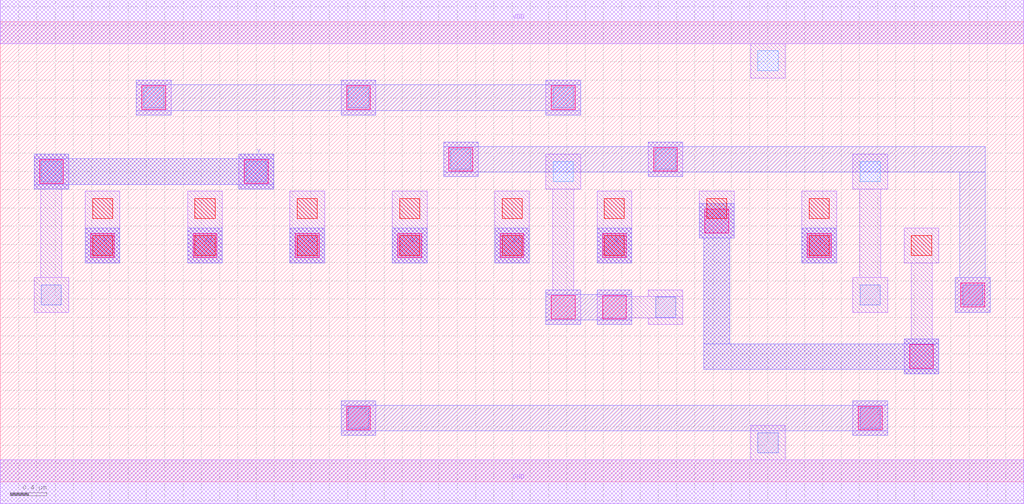
<source format=lef>
MACRO AAOAI3311
 CLASS CORE ;
 FOREIGN AAOAI3311 0 0 ;
 SIZE 11.200000000000001 BY 5.04 ;
 ORIGIN 0 0 ;
 SYMMETRY X Y R90 ;
 SITE unit ;
  PIN VDD
   DIRECTION INOUT ;
   USE POWER ;
   SHAPE ABUTMENT ;
    PORT
     CLASS CORE ;
       LAYER met1 ;
        RECT 0.00000000 4.80000000 11.20000000 5.28000000 ;
    END
  END VDD

  PIN GND
   DIRECTION INOUT ;
   USE POWER ;
   SHAPE ABUTMENT ;
    PORT
     CLASS CORE ;
       LAYER met1 ;
        RECT 0.00000000 -0.24000000 11.20000000 0.24000000 ;
    END
  END GND

  PIN Y
   DIRECTION INOUT ;
   USE SIGNAL ;
   SHAPE ABUTMENT ;
    PORT
     CLASS CORE ;
       LAYER met2 ;
        RECT 0.37000000 3.20700000 0.75000000 3.25700000 ;
        RECT 2.61000000 3.20700000 2.99000000 3.25700000 ;
        RECT 0.37000000 3.25700000 2.99000000 3.53700000 ;
        RECT 0.37000000 3.53700000 0.75000000 3.58700000 ;
        RECT 2.61000000 3.53700000 2.99000000 3.58700000 ;
    END
  END Y

  PIN A
   DIRECTION INOUT ;
   USE SIGNAL ;
   SHAPE ABUTMENT ;
    PORT
     CLASS CORE ;
       LAYER met2 ;
        RECT 0.93000000 2.39700000 1.31000000 2.77700000 ;
    END
  END A

  PIN B
   DIRECTION INOUT ;
   USE SIGNAL ;
   SHAPE ABUTMENT ;
    PORT
     CLASS CORE ;
       LAYER met2 ;
        RECT 6.53000000 2.39700000 6.91000000 2.77700000 ;
    END
  END B

  PIN A1
   DIRECTION INOUT ;
   USE SIGNAL ;
   SHAPE ABUTMENT ;
    PORT
     CLASS CORE ;
       LAYER met2 ;
        RECT 2.05000000 2.39700000 2.43000000 2.77700000 ;
    END
  END A1

  PIN B1
   DIRECTION INOUT ;
   USE SIGNAL ;
   SHAPE ABUTMENT ;
    PORT
     CLASS CORE ;
       LAYER met2 ;
        RECT 5.41000000 2.39700000 5.79000000 2.77700000 ;
    END
  END B1

  PIN A2
   DIRECTION INOUT ;
   USE SIGNAL ;
   SHAPE ABUTMENT ;
    PORT
     CLASS CORE ;
       LAYER met2 ;
        RECT 3.17000000 2.39700000 3.55000000 2.77700000 ;
    END
  END A2

  PIN D
   DIRECTION INOUT ;
   USE SIGNAL ;
   SHAPE ABUTMENT ;
    PORT
     CLASS CORE ;
       LAYER met2 ;
        RECT 8.77000000 2.39700000 9.15000000 2.77700000 ;
    END
  END D

  PIN B2
   DIRECTION INOUT ;
   USE SIGNAL ;
   SHAPE ABUTMENT ;
    PORT
     CLASS CORE ;
       LAYER met2 ;
        RECT 4.29000000 2.39700000 4.67000000 2.77700000 ;
    END
  END B2

  PIN C
   DIRECTION INOUT ;
   USE SIGNAL ;
   SHAPE ABUTMENT ;
    PORT
     CLASS CORE ;
       LAYER met2 ;
        RECT 9.89000000 1.18200000 10.27000000 1.23200000 ;
        RECT 7.70000000 1.23200000 10.27000000 1.51200000 ;
        RECT 9.89000000 1.51200000 10.27000000 1.56200000 ;
        RECT 7.70000000 1.51200000 7.98000000 2.66700000 ;
        RECT 7.65000000 2.66700000 8.03000000 3.04700000 ;
    END
  END C

 OBS
    LAYER polycont ;
     RECT 1.01000000 2.47700000 1.23000000 2.69700000 ;
     RECT 2.13000000 2.47700000 2.35000000 2.69700000 ;
     RECT 3.25000000 2.47700000 3.47000000 2.69700000 ;
     RECT 4.37000000 2.47700000 4.59000000 2.69700000 ;
     RECT 5.49000000 2.47700000 5.71000000 2.69700000 ;
     RECT 6.61000000 2.47700000 6.83000000 2.69700000 ;
     RECT 8.85000000 2.47700000 9.07000000 2.69700000 ;
     RECT 9.97000000 2.47700000 10.19000000 2.69700000 ;
     RECT 1.01000000 2.88200000 1.23000000 3.10200000 ;
     RECT 2.13000000 2.88200000 2.35000000 3.10200000 ;
     RECT 3.25000000 2.88200000 3.47000000 3.10200000 ;
     RECT 4.37000000 2.88200000 4.59000000 3.10200000 ;
     RECT 5.49000000 2.88200000 5.71000000 3.10200000 ;
     RECT 6.61000000 2.88200000 6.83000000 3.10200000 ;
     RECT 7.73000000 2.88200000 7.95000000 3.10200000 ;
     RECT 8.85000000 2.88200000 9.07000000 3.10200000 ;

    LAYER pdiffc ;
     RECT 0.45000000 3.28700000 0.67000000 3.50700000 ;
     RECT 2.69000000 3.28700000 2.91000000 3.50700000 ;
     RECT 6.05000000 3.28700000 6.27000000 3.50700000 ;
     RECT 9.41000000 3.28700000 9.63000000 3.50700000 ;
     RECT 4.93000000 3.42200000 5.15000000 3.64200000 ;
     RECT 7.17000000 3.42200000 7.39000000 3.64200000 ;
     RECT 1.57000000 4.09700000 1.79000000 4.31700000 ;
     RECT 3.81000000 4.09700000 4.03000000 4.31700000 ;
     RECT 6.05000000 4.09700000 6.27000000 4.31700000 ;
     RECT 8.29000000 4.50200000 8.51000000 4.72200000 ;

    LAYER ndiffc ;
     RECT 8.29000000 0.31700000 8.51000000 0.53700000 ;
     RECT 3.81000000 0.58700000 4.03000000 0.80700000 ;
     RECT 9.41000000 0.58700000 9.63000000 0.80700000 ;
     RECT 7.17000000 1.80200000 7.39000000 2.02200000 ;
     RECT 0.45000000 1.93700000 0.67000000 2.15700000 ;
     RECT 9.41000000 1.93700000 9.63000000 2.15700000 ;
     RECT 10.53000000 1.93700000 10.75000000 2.15700000 ;

    LAYER met1 ;
     RECT 0.00000000 -0.24000000 11.20000000 0.24000000 ;
     RECT 8.21000000 0.24000000 8.59000000 0.61700000 ;
     RECT 3.73000000 0.50700000 4.11000000 0.88700000 ;
     RECT 9.33000000 0.50700000 9.71000000 0.88700000 ;
     RECT 6.53000000 1.72200000 6.91000000 1.79700000 ;
     RECT 7.09000000 1.72200000 7.47000000 1.79700000 ;
     RECT 6.53000000 1.79700000 7.47000000 2.02700000 ;
     RECT 6.53000000 2.02700000 6.91000000 2.10200000 ;
     RECT 7.09000000 2.02700000 7.47000000 2.10200000 ;
     RECT 10.45000000 1.85700000 10.83000000 2.23700000 ;
     RECT 9.89000000 1.18200000 10.27000000 1.56200000 ;
     RECT 9.96500000 1.56200000 10.19500000 2.39700000 ;
     RECT 9.89000000 2.39700000 10.27000000 2.77700000 ;
     RECT 0.93000000 2.39700000 1.31000000 3.18200000 ;
     RECT 2.05000000 2.39700000 2.43000000 3.18200000 ;
     RECT 3.17000000 2.39700000 3.55000000 3.18200000 ;
     RECT 4.29000000 2.39700000 4.67000000 3.18200000 ;
     RECT 5.41000000 2.39700000 5.79000000 3.18200000 ;
     RECT 6.53000000 2.39700000 6.91000000 3.18200000 ;
     RECT 7.65000000 2.66700000 8.03000000 3.18200000 ;
     RECT 8.77000000 2.39700000 9.15000000 3.18200000 ;
     RECT 0.37000000 1.85700000 0.75000000 2.23700000 ;
     RECT 0.44500000 2.23700000 0.67500000 3.20700000 ;
     RECT 0.37000000 3.20700000 0.75000000 3.58700000 ;
     RECT 2.61000000 3.20700000 2.99000000 3.58700000 ;
     RECT 5.97000000 1.72200000 6.35000000 2.10200000 ;
     RECT 6.04500000 2.10200000 6.27500000 3.20700000 ;
     RECT 5.97000000 3.20700000 6.35000000 3.58700000 ;
     RECT 9.33000000 1.85700000 9.71000000 2.23700000 ;
     RECT 9.40500000 2.23700000 9.63500000 3.20700000 ;
     RECT 9.33000000 3.20700000 9.71000000 3.58700000 ;
     RECT 4.85000000 3.34200000 5.23000000 3.72200000 ;
     RECT 7.09000000 3.34200000 7.47000000 3.72200000 ;
     RECT 1.49000000 4.01700000 1.87000000 4.39700000 ;
     RECT 3.73000000 4.01700000 4.11000000 4.39700000 ;
     RECT 5.97000000 4.01700000 6.35000000 4.39700000 ;
     RECT 8.21000000 4.42200000 8.59000000 4.80000000 ;
     RECT 0.00000000 4.80000000 11.20000000 5.28000000 ;

    LAYER via1 ;
     RECT 3.79000000 0.56700000 4.05000000 0.82700000 ;
     RECT 9.39000000 0.56700000 9.65000000 0.82700000 ;
     RECT 9.95000000 1.24200000 10.21000000 1.50200000 ;
     RECT 6.03000000 1.78200000 6.29000000 2.04200000 ;
     RECT 6.59000000 1.78200000 6.85000000 2.04200000 ;
     RECT 10.51000000 1.91700000 10.77000000 2.17700000 ;
     RECT 0.99000000 2.45700000 1.25000000 2.71700000 ;
     RECT 2.11000000 2.45700000 2.37000000 2.71700000 ;
     RECT 3.23000000 2.45700000 3.49000000 2.71700000 ;
     RECT 4.35000000 2.45700000 4.61000000 2.71700000 ;
     RECT 5.47000000 2.45700000 5.73000000 2.71700000 ;
     RECT 6.59000000 2.45700000 6.85000000 2.71700000 ;
     RECT 8.83000000 2.45700000 9.09000000 2.71700000 ;
     RECT 7.71000000 2.72700000 7.97000000 2.98700000 ;
     RECT 0.43000000 3.26700000 0.69000000 3.52700000 ;
     RECT 2.67000000 3.26700000 2.93000000 3.52700000 ;
     RECT 4.91000000 3.40200000 5.17000000 3.66200000 ;
     RECT 7.15000000 3.40200000 7.41000000 3.66200000 ;
     RECT 1.55000000 4.07700000 1.81000000 4.33700000 ;
     RECT 3.79000000 4.07700000 4.05000000 4.33700000 ;
     RECT 6.03000000 4.07700000 6.29000000 4.33700000 ;

    LAYER met2 ;
     RECT 3.73000000 0.50700000 4.11000000 0.55700000 ;
     RECT 9.33000000 0.50700000 9.71000000 0.55700000 ;
     RECT 3.73000000 0.55700000 9.71000000 0.83700000 ;
     RECT 3.73000000 0.83700000 4.11000000 0.88700000 ;
     RECT 9.33000000 0.83700000 9.71000000 0.88700000 ;
     RECT 5.97000000 1.72200000 6.35000000 1.77200000 ;
     RECT 6.53000000 1.72200000 6.91000000 1.77200000 ;
     RECT 5.97000000 1.77200000 6.91000000 2.05200000 ;
     RECT 5.97000000 2.05200000 6.35000000 2.10200000 ;
     RECT 6.53000000 2.05200000 6.91000000 2.10200000 ;
     RECT 0.93000000 2.39700000 1.31000000 2.77700000 ;
     RECT 2.05000000 2.39700000 2.43000000 2.77700000 ;
     RECT 3.17000000 2.39700000 3.55000000 2.77700000 ;
     RECT 4.29000000 2.39700000 4.67000000 2.77700000 ;
     RECT 5.41000000 2.39700000 5.79000000 2.77700000 ;
     RECT 6.53000000 2.39700000 6.91000000 2.77700000 ;
     RECT 8.77000000 2.39700000 9.15000000 2.77700000 ;
     RECT 9.89000000 1.18200000 10.27000000 1.23200000 ;
     RECT 7.70000000 1.23200000 10.27000000 1.51200000 ;
     RECT 9.89000000 1.51200000 10.27000000 1.56200000 ;
     RECT 7.70000000 1.51200000 7.98000000 2.66700000 ;
     RECT 7.65000000 2.66700000 8.03000000 3.04700000 ;
     RECT 0.37000000 3.20700000 0.75000000 3.25700000 ;
     RECT 2.61000000 3.20700000 2.99000000 3.25700000 ;
     RECT 0.37000000 3.25700000 2.99000000 3.53700000 ;
     RECT 0.37000000 3.53700000 0.75000000 3.58700000 ;
     RECT 2.61000000 3.53700000 2.99000000 3.58700000 ;
     RECT 10.45000000 1.85700000 10.83000000 2.23700000 ;
     RECT 4.85000000 3.34200000 5.23000000 3.39200000 ;
     RECT 7.09000000 3.34200000 7.47000000 3.39200000 ;
     RECT 10.50000000 2.23700000 10.78000000 3.39200000 ;
     RECT 4.85000000 3.39200000 10.78000000 3.67200000 ;
     RECT 4.85000000 3.67200000 5.23000000 3.72200000 ;
     RECT 7.09000000 3.67200000 7.47000000 3.72200000 ;
     RECT 1.49000000 4.01700000 1.87000000 4.06700000 ;
     RECT 3.73000000 4.01700000 4.11000000 4.06700000 ;
     RECT 5.97000000 4.01700000 6.35000000 4.06700000 ;
     RECT 1.49000000 4.06700000 6.35000000 4.34700000 ;
     RECT 1.49000000 4.34700000 1.87000000 4.39700000 ;
     RECT 3.73000000 4.34700000 4.11000000 4.39700000 ;
     RECT 5.97000000 4.34700000 6.35000000 4.39700000 ;

 END
END AAOAI3311

</source>
